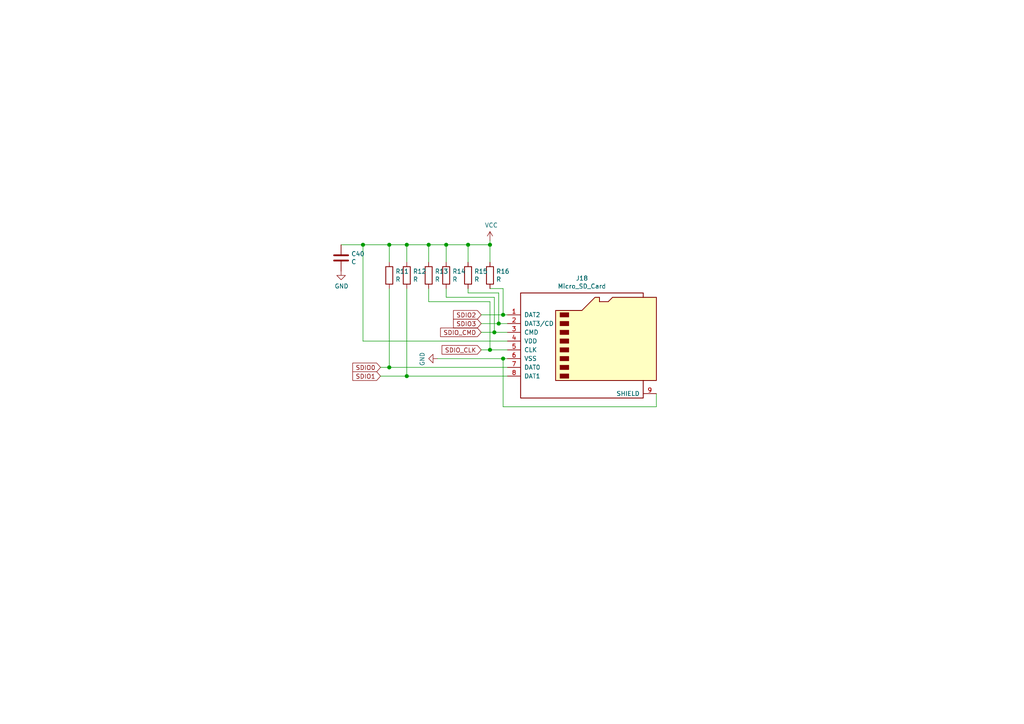
<source format=kicad_sch>
(kicad_sch (version 20200828) (generator eeschema)

  (page 11 11)

  (paper "A4")

  (lib_symbols
    (symbol "Connector:Micro_SD_Card" (pin_names (offset 1.016)) (in_bom yes) (on_board yes)
      (property "Reference" "J" (id 0) (at -16.51 15.24 0)
        (effects (font (size 1.27 1.27)))
      )
      (property "Value" "Micro_SD_Card" (id 1) (at 16.51 15.24 0)
        (effects (font (size 1.27 1.27)) (justify right))
      )
      (property "Footprint" "" (id 2) (at 29.21 7.62 0)
        (effects (font (size 1.27 1.27)) hide)
      )
      (property "Datasheet" "http://katalog.we-online.de/em/datasheet/693072010801.pdf" (id 3) (at 0 0 0)
        (effects (font (size 1.27 1.27)) hide)
      )
      (property "ki_keywords" "connector SD microsd" (id 4) (at 0 0 0)
        (effects (font (size 1.27 1.27)) hide)
      )
      (property "ki_description" "Micro SD Card Socket" (id 5) (at 0 0 0)
        (effects (font (size 1.27 1.27)) hide)
      )
      (property "ki_fp_filters" "microSD*" (id 6) (at 0 0 0)
        (effects (font (size 1.27 1.27)) hide)
      )
      (symbol "Micro_SD_Card_0_1"
        (rectangle (start -7.62 -9.525) (end -5.08 -10.795)
          (stroke (width 0)) (fill (type outline))
        )
        (rectangle (start -7.62 -6.985) (end -5.08 -8.255)
          (stroke (width 0)) (fill (type outline))
        )
        (rectangle (start -7.62 -4.445) (end -5.08 -5.715)
          (stroke (width 0)) (fill (type outline))
        )
        (rectangle (start -7.62 -1.905) (end -5.08 -3.175)
          (stroke (width 0)) (fill (type outline))
        )
        (rectangle (start -7.62 0.635) (end -5.08 -0.635)
          (stroke (width 0)) (fill (type outline))
        )
        (rectangle (start -7.62 3.175) (end -5.08 1.905)
          (stroke (width 0)) (fill (type outline))
        )
        (rectangle (start -7.62 5.715) (end -5.08 4.445)
          (stroke (width 0)) (fill (type outline))
        )
        (rectangle (start -7.62 8.255) (end -5.08 6.985)
          (stroke (width 0)) (fill (type outline))
        )
        (polyline
          (pts
            (xy 16.51 12.7)
            (xy 16.51 13.97)
            (xy -19.05 13.97)
            (xy -19.05 -16.51)
            (xy 16.51 -16.51)
            (xy 16.51 -11.43)
          )
          (stroke (width 0.254)) (fill (type none))
        )
        (polyline
          (pts
            (xy -8.89 -11.43)
            (xy -8.89 8.89)
            (xy -1.27 8.89)
            (xy 2.54 12.7)
            (xy 3.81 12.7)
            (xy 3.81 11.43)
            (xy 6.35 11.43)
            (xy 7.62 12.7)
            (xy 20.32 12.7)
            (xy 20.32 -11.43)
            (xy -8.89 -11.43)
          )
          (stroke (width 0.254)) (fill (type background))
        )
      )
      (symbol "Micro_SD_Card_1_1"
        (pin bidirectional line (at -22.86 7.62 0) (length 3.81)
          (name "DAT2" (effects (font (size 1.27 1.27))))
          (number "1" (effects (font (size 1.27 1.27))))
        )
        (pin bidirectional line (at -22.86 5.08 0) (length 3.81)
          (name "DAT3/CD" (effects (font (size 1.27 1.27))))
          (number "2" (effects (font (size 1.27 1.27))))
        )
        (pin input line (at -22.86 2.54 0) (length 3.81)
          (name "CMD" (effects (font (size 1.27 1.27))))
          (number "3" (effects (font (size 1.27 1.27))))
        )
        (pin power_in line (at -22.86 0 0) (length 3.81)
          (name "VDD" (effects (font (size 1.27 1.27))))
          (number "4" (effects (font (size 1.27 1.27))))
        )
        (pin input line (at -22.86 -2.54 0) (length 3.81)
          (name "CLK" (effects (font (size 1.27 1.27))))
          (number "5" (effects (font (size 1.27 1.27))))
        )
        (pin power_in line (at -22.86 -5.08 0) (length 3.81)
          (name "VSS" (effects (font (size 1.27 1.27))))
          (number "6" (effects (font (size 1.27 1.27))))
        )
        (pin bidirectional line (at -22.86 -7.62 0) (length 3.81)
          (name "DAT0" (effects (font (size 1.27 1.27))))
          (number "7" (effects (font (size 1.27 1.27))))
        )
        (pin bidirectional line (at -22.86 -10.16 0) (length 3.81)
          (name "DAT1" (effects (font (size 1.27 1.27))))
          (number "8" (effects (font (size 1.27 1.27))))
        )
        (pin passive line (at 20.32 -15.24 180) (length 3.81)
          (name "SHIELD" (effects (font (size 1.27 1.27))))
          (number "9" (effects (font (size 1.27 1.27))))
        )
      )
    )
    (symbol "Device:C" (pin_numbers hide) (pin_names (offset 0.254)) (in_bom yes) (on_board yes)
      (property "Reference" "C" (id 0) (at 0.635 2.54 0)
        (effects (font (size 1.27 1.27)) (justify left))
      )
      (property "Value" "C" (id 1) (at 0.635 -2.54 0)
        (effects (font (size 1.27 1.27)) (justify left))
      )
      (property "Footprint" "" (id 2) (at 0.9652 -3.81 0)
        (effects (font (size 1.27 1.27)) hide)
      )
      (property "Datasheet" "~" (id 3) (at 0 0 0)
        (effects (font (size 1.27 1.27)) hide)
      )
      (property "ki_keywords" "cap capacitor" (id 4) (at 0 0 0)
        (effects (font (size 1.27 1.27)) hide)
      )
      (property "ki_description" "Unpolarized capacitor" (id 5) (at 0 0 0)
        (effects (font (size 1.27 1.27)) hide)
      )
      (property "ki_fp_filters" "C_*" (id 6) (at 0 0 0)
        (effects (font (size 1.27 1.27)) hide)
      )
      (symbol "C_0_1"
        (polyline
          (pts
            (xy -2.032 -0.762)
            (xy 2.032 -0.762)
          )
          (stroke (width 0.508)) (fill (type none))
        )
        (polyline
          (pts
            (xy -2.032 0.762)
            (xy 2.032 0.762)
          )
          (stroke (width 0.508)) (fill (type none))
        )
      )
      (symbol "C_1_1"
        (pin passive line (at 0 3.81 270) (length 2.794)
          (name "~" (effects (font (size 1.27 1.27))))
          (number "1" (effects (font (size 1.27 1.27))))
        )
        (pin passive line (at 0 -3.81 90) (length 2.794)
          (name "~" (effects (font (size 1.27 1.27))))
          (number "2" (effects (font (size 1.27 1.27))))
        )
      )
    )
    (symbol "Device:R" (pin_numbers hide) (pin_names (offset 0)) (in_bom yes) (on_board yes)
      (property "Reference" "R" (id 0) (at 2.032 0 90)
        (effects (font (size 1.27 1.27)))
      )
      (property "Value" "R" (id 1) (at 0 0 90)
        (effects (font (size 1.27 1.27)))
      )
      (property "Footprint" "" (id 2) (at -1.778 0 90)
        (effects (font (size 1.27 1.27)) hide)
      )
      (property "Datasheet" "~" (id 3) (at 0 0 0)
        (effects (font (size 1.27 1.27)) hide)
      )
      (property "ki_keywords" "R res resistor" (id 4) (at 0 0 0)
        (effects (font (size 1.27 1.27)) hide)
      )
      (property "ki_description" "Resistor" (id 5) (at 0 0 0)
        (effects (font (size 1.27 1.27)) hide)
      )
      (property "ki_fp_filters" "R_*" (id 6) (at 0 0 0)
        (effects (font (size 1.27 1.27)) hide)
      )
      (symbol "R_0_1"
        (rectangle (start -1.016 -2.54) (end 1.016 2.54)
          (stroke (width 0.254)) (fill (type none))
        )
      )
      (symbol "R_1_1"
        (pin passive line (at 0 3.81 270) (length 1.27)
          (name "~" (effects (font (size 1.27 1.27))))
          (number "1" (effects (font (size 1.27 1.27))))
        )
        (pin passive line (at 0 -3.81 90) (length 1.27)
          (name "~" (effects (font (size 1.27 1.27))))
          (number "2" (effects (font (size 1.27 1.27))))
        )
      )
    )
    (symbol "power:GND" (power) (pin_names (offset 0)) (in_bom yes) (on_board yes)
      (property "Reference" "#PWR" (id 0) (at 0 -6.35 0)
        (effects (font (size 1.27 1.27)) hide)
      )
      (property "Value" "GND" (id 1) (at 0 -3.81 0)
        (effects (font (size 1.27 1.27)))
      )
      (property "Footprint" "" (id 2) (at 0 0 0)
        (effects (font (size 1.27 1.27)) hide)
      )
      (property "Datasheet" "" (id 3) (at 0 0 0)
        (effects (font (size 1.27 1.27)) hide)
      )
      (property "ki_keywords" "power-flag" (id 4) (at 0 0 0)
        (effects (font (size 1.27 1.27)) hide)
      )
      (property "ki_description" "Power symbol creates a global label with name \"GND\" , ground" (id 5) (at 0 0 0)
        (effects (font (size 1.27 1.27)) hide)
      )
      (symbol "GND_0_1"
        (polyline
          (pts
            (xy 0 0)
            (xy 0 -1.27)
            (xy 1.27 -1.27)
            (xy 0 -2.54)
            (xy -1.27 -1.27)
            (xy 0 -1.27)
          )
          (stroke (width 0)) (fill (type none))
        )
      )
      (symbol "GND_1_1"
        (pin power_in line (at 0 0 270) (length 0) hide
          (name "GND" (effects (font (size 1.27 1.27))))
          (number "1" (effects (font (size 1.27 1.27))))
        )
      )
    )
    (symbol "power:VCC" (power) (pin_names (offset 0)) (in_bom yes) (on_board yes)
      (property "Reference" "#PWR" (id 0) (at 0 -3.81 0)
        (effects (font (size 1.27 1.27)) hide)
      )
      (property "Value" "VCC" (id 1) (at 0 3.81 0)
        (effects (font (size 1.27 1.27)))
      )
      (property "Footprint" "" (id 2) (at 0 0 0)
        (effects (font (size 1.27 1.27)) hide)
      )
      (property "Datasheet" "" (id 3) (at 0 0 0)
        (effects (font (size 1.27 1.27)) hide)
      )
      (property "ki_keywords" "power-flag" (id 4) (at 0 0 0)
        (effects (font (size 1.27 1.27)) hide)
      )
      (property "ki_description" "Power symbol creates a global label with name \"VCC\"" (id 5) (at 0 0 0)
        (effects (font (size 1.27 1.27)) hide)
      )
      (symbol "VCC_0_1"
        (polyline
          (pts
            (xy -0.762 1.27)
            (xy 0 2.54)
          )
          (stroke (width 0)) (fill (type none))
        )
        (polyline
          (pts
            (xy 0 0)
            (xy 0 2.54)
          )
          (stroke (width 0)) (fill (type none))
        )
        (polyline
          (pts
            (xy 0 2.54)
            (xy 0.762 1.27)
          )
          (stroke (width 0)) (fill (type none))
        )
      )
      (symbol "VCC_1_1"
        (pin power_in line (at 0 0 90) (length 0) hide
          (name "VCC" (effects (font (size 1.27 1.27))))
          (number "1" (effects (font (size 1.27 1.27))))
        )
      )
    )
  )

  (junction (at 105.283 70.993) (diameter 1.016) (color 0 0 0 0))
  (junction (at 112.903 70.993) (diameter 1.016) (color 0 0 0 0))
  (junction (at 112.903 106.553) (diameter 1.016) (color 0 0 0 0))
  (junction (at 117.983 70.993) (diameter 1.016) (color 0 0 0 0))
  (junction (at 117.983 109.093) (diameter 1.016) (color 0 0 0 0))
  (junction (at 124.333 70.993) (diameter 1.016) (color 0 0 0 0))
  (junction (at 129.413 70.993) (diameter 1.016) (color 0 0 0 0))
  (junction (at 135.763 70.993) (diameter 1.016) (color 0 0 0 0))
  (junction (at 142.113 70.993) (diameter 1.016) (color 0 0 0 0))
  (junction (at 142.113 101.473) (diameter 1.016) (color 0 0 0 0))
  (junction (at 143.383 96.393) (diameter 1.016) (color 0 0 0 0))
  (junction (at 144.653 93.853) (diameter 1.016) (color 0 0 0 0))
  (junction (at 145.923 91.313) (diameter 1.016) (color 0 0 0 0))
  (junction (at 145.923 104.013) (diameter 1.016) (color 0 0 0 0))

  (wire (pts (xy 105.283 70.993) (xy 98.933 70.993))
    (stroke (width 0) (type solid) (color 0 0 0 0))
  )
  (wire (pts (xy 105.283 70.993) (xy 112.903 70.993))
    (stroke (width 0) (type solid) (color 0 0 0 0))
  )
  (wire (pts (xy 105.283 98.933) (xy 105.283 70.993))
    (stroke (width 0) (type solid) (color 0 0 0 0))
  )
  (wire (pts (xy 110.363 106.553) (xy 112.903 106.553))
    (stroke (width 0) (type solid) (color 0 0 0 0))
  )
  (wire (pts (xy 110.363 109.093) (xy 117.983 109.093))
    (stroke (width 0) (type solid) (color 0 0 0 0))
  )
  (wire (pts (xy 112.903 70.993) (xy 117.983 70.993))
    (stroke (width 0) (type solid) (color 0 0 0 0))
  )
  (wire (pts (xy 112.903 76.073) (xy 112.903 70.993))
    (stroke (width 0) (type solid) (color 0 0 0 0))
  )
  (wire (pts (xy 112.903 83.693) (xy 112.903 106.553))
    (stroke (width 0) (type solid) (color 0 0 0 0))
  )
  (wire (pts (xy 112.903 106.553) (xy 147.193 106.553))
    (stroke (width 0) (type solid) (color 0 0 0 0))
  )
  (wire (pts (xy 117.983 70.993) (xy 124.333 70.993))
    (stroke (width 0) (type solid) (color 0 0 0 0))
  )
  (wire (pts (xy 117.983 76.073) (xy 117.983 70.993))
    (stroke (width 0) (type solid) (color 0 0 0 0))
  )
  (wire (pts (xy 117.983 83.693) (xy 117.983 109.093))
    (stroke (width 0) (type solid) (color 0 0 0 0))
  )
  (wire (pts (xy 117.983 109.093) (xy 147.193 109.093))
    (stroke (width 0) (type solid) (color 0 0 0 0))
  )
  (wire (pts (xy 124.333 70.993) (xy 129.413 70.993))
    (stroke (width 0) (type solid) (color 0 0 0 0))
  )
  (wire (pts (xy 124.333 76.073) (xy 124.333 70.993))
    (stroke (width 0) (type solid) (color 0 0 0 0))
  )
  (wire (pts (xy 124.333 87.503) (xy 124.333 83.693))
    (stroke (width 0) (type solid) (color 0 0 0 0))
  )
  (wire (pts (xy 126.873 104.013) (xy 145.923 104.013))
    (stroke (width 0) (type solid) (color 0 0 0 0))
  )
  (wire (pts (xy 129.413 70.993) (xy 135.763 70.993))
    (stroke (width 0) (type solid) (color 0 0 0 0))
  )
  (wire (pts (xy 129.413 76.073) (xy 129.413 70.993))
    (stroke (width 0) (type solid) (color 0 0 0 0))
  )
  (wire (pts (xy 129.413 83.693) (xy 129.413 86.233))
    (stroke (width 0) (type solid) (color 0 0 0 0))
  )
  (wire (pts (xy 129.413 86.233) (xy 143.383 86.233))
    (stroke (width 0) (type solid) (color 0 0 0 0))
  )
  (wire (pts (xy 135.763 70.993) (xy 142.113 70.993))
    (stroke (width 0) (type solid) (color 0 0 0 0))
  )
  (wire (pts (xy 135.763 76.073) (xy 135.763 70.993))
    (stroke (width 0) (type solid) (color 0 0 0 0))
  )
  (wire (pts (xy 135.763 83.693) (xy 135.763 84.963))
    (stroke (width 0) (type solid) (color 0 0 0 0))
  )
  (wire (pts (xy 135.763 84.963) (xy 144.653 84.963))
    (stroke (width 0) (type solid) (color 0 0 0 0))
  )
  (wire (pts (xy 139.573 91.313) (xy 145.923 91.313))
    (stroke (width 0) (type solid) (color 0 0 0 0))
  )
  (wire (pts (xy 139.573 93.853) (xy 144.653 93.853))
    (stroke (width 0) (type solid) (color 0 0 0 0))
  )
  (wire (pts (xy 139.573 96.393) (xy 143.383 96.393))
    (stroke (width 0) (type solid) (color 0 0 0 0))
  )
  (wire (pts (xy 139.573 101.473) (xy 142.113 101.473))
    (stroke (width 0) (type solid) (color 0 0 0 0))
  )
  (wire (pts (xy 142.113 69.723) (xy 142.113 70.993))
    (stroke (width 0) (type solid) (color 0 0 0 0))
  )
  (wire (pts (xy 142.113 70.993) (xy 142.113 76.073))
    (stroke (width 0) (type solid) (color 0 0 0 0))
  )
  (wire (pts (xy 142.113 83.693) (xy 145.923 83.693))
    (stroke (width 0) (type solid) (color 0 0 0 0))
  )
  (wire (pts (xy 142.113 87.503) (xy 124.333 87.503))
    (stroke (width 0) (type solid) (color 0 0 0 0))
  )
  (wire (pts (xy 142.113 101.473) (xy 142.113 87.503))
    (stroke (width 0) (type solid) (color 0 0 0 0))
  )
  (wire (pts (xy 142.113 101.473) (xy 147.193 101.473))
    (stroke (width 0) (type solid) (color 0 0 0 0))
  )
  (wire (pts (xy 143.383 86.233) (xy 143.383 96.393))
    (stroke (width 0) (type solid) (color 0 0 0 0))
  )
  (wire (pts (xy 143.383 96.393) (xy 147.193 96.393))
    (stroke (width 0) (type solid) (color 0 0 0 0))
  )
  (wire (pts (xy 144.653 84.963) (xy 144.653 93.853))
    (stroke (width 0) (type solid) (color 0 0 0 0))
  )
  (wire (pts (xy 144.653 93.853) (xy 147.193 93.853))
    (stroke (width 0) (type solid) (color 0 0 0 0))
  )
  (wire (pts (xy 145.923 83.693) (xy 145.923 91.313))
    (stroke (width 0) (type solid) (color 0 0 0 0))
  )
  (wire (pts (xy 145.923 91.313) (xy 147.193 91.313))
    (stroke (width 0) (type solid) (color 0 0 0 0))
  )
  (wire (pts (xy 145.923 104.013) (xy 145.923 117.983))
    (stroke (width 0) (type solid) (color 0 0 0 0))
  )
  (wire (pts (xy 145.923 104.013) (xy 147.193 104.013))
    (stroke (width 0) (type solid) (color 0 0 0 0))
  )
  (wire (pts (xy 145.923 117.983) (xy 190.373 117.983))
    (stroke (width 0) (type solid) (color 0 0 0 0))
  )
  (wire (pts (xy 147.193 98.933) (xy 105.283 98.933))
    (stroke (width 0) (type solid) (color 0 0 0 0))
  )
  (wire (pts (xy 190.373 114.173) (xy 190.373 117.983))
    (stroke (width 0) (type solid) (color 0 0 0 0))
  )

  (global_label "SDIO0" (shape input) (at 110.363 106.553 180)
    (effects (font (size 1.27 1.27)) (justify right))
  )
  (global_label "SDIO1" (shape input) (at 110.363 109.093 180)
    (effects (font (size 1.27 1.27)) (justify right))
  )
  (global_label "SDIO2" (shape input) (at 139.573 91.313 180)
    (effects (font (size 1.27 1.27)) (justify right))
  )
  (global_label "SDIO3" (shape input) (at 139.573 93.853 180)
    (effects (font (size 1.27 1.27)) (justify right))
  )
  (global_label "SDIO_CMD" (shape input) (at 139.573 96.393 180)
    (effects (font (size 1.27 1.27)) (justify right))
  )
  (global_label "SDIO_CLK" (shape input) (at 139.573 101.473 180)
    (effects (font (size 1.27 1.27)) (justify right))
  )

  (symbol (lib_id "power:VCC") (at 142.113 69.723 0) (unit 1)
    (in_bom yes) (on_board yes)
    (uuid "e87ab0c3-e4bd-4b4a-98ac-b014a096ad30")
    (property "Reference" "#PWR0176" (id 0) (at 142.113 73.533 0)
      (effects (font (size 1.27 1.27)) hide)
    )
    (property "Value" "VCC" (id 1) (at 142.494 65.3288 0))
    (property "Footprint" "" (id 2) (at 142.113 69.723 0)
      (effects (font (size 1.27 1.27)) hide)
    )
    (property "Datasheet" "" (id 3) (at 142.113 69.723 0)
      (effects (font (size 1.27 1.27)) hide)
    )
  )

  (symbol (lib_id "power:GND") (at 98.933 78.613 0) (unit 1)
    (in_bom yes) (on_board yes)
    (uuid "0b503cfe-d799-4c8c-bb66-3d7984d1f193")
    (property "Reference" "#PWR0178" (id 0) (at 98.933 84.963 0)
      (effects (font (size 1.27 1.27)) hide)
    )
    (property "Value" "GND" (id 1) (at 99.06 83.0072 0))
    (property "Footprint" "" (id 2) (at 98.933 78.613 0)
      (effects (font (size 1.27 1.27)) hide)
    )
    (property "Datasheet" "" (id 3) (at 98.933 78.613 0)
      (effects (font (size 1.27 1.27)) hide)
    )
  )

  (symbol (lib_id "power:GND") (at 126.873 104.013 270) (unit 1)
    (in_bom yes) (on_board yes)
    (uuid "3328c5be-c0d2-42e2-933d-d3749ae4da67")
    (property "Reference" "#PWR0177" (id 0) (at 120.523 104.013 0)
      (effects (font (size 1.27 1.27)) hide)
    )
    (property "Value" "GND" (id 1) (at 122.4788 104.14 0))
    (property "Footprint" "" (id 2) (at 126.873 104.013 0)
      (effects (font (size 1.27 1.27)) hide)
    )
    (property "Datasheet" "" (id 3) (at 126.873 104.013 0)
      (effects (font (size 1.27 1.27)) hide)
    )
  )

  (symbol (lib_id "Device:R") (at 112.903 79.883 0) (unit 1)
    (in_bom yes) (on_board yes)
    (uuid "99974f77-3f6c-41d2-b4ab-cf0d39f4138d")
    (property "Reference" "R11" (id 0) (at 114.681 78.7146 0)
      (effects (font (size 1.27 1.27)) (justify left))
    )
    (property "Value" "R" (id 1) (at 114.681 81.026 0)
      (effects (font (size 1.27 1.27)) (justify left))
    )
    (property "Footprint" "Resistor_SMD:R_0402_1005Metric" (id 2) (at 111.125 79.883 90)
      (effects (font (size 1.27 1.27)) hide)
    )
    (property "Datasheet" "~" (id 3) (at 112.903 79.883 0)
      (effects (font (size 1.27 1.27)) hide)
    )
  )

  (symbol (lib_id "Device:R") (at 117.983 79.883 0) (unit 1)
    (in_bom yes) (on_board yes)
    (uuid "c40ccb53-66dd-4046-abb9-48829da04934")
    (property "Reference" "R12" (id 0) (at 119.761 78.7146 0)
      (effects (font (size 1.27 1.27)) (justify left))
    )
    (property "Value" "R" (id 1) (at 119.761 81.026 0)
      (effects (font (size 1.27 1.27)) (justify left))
    )
    (property "Footprint" "Resistor_SMD:R_0402_1005Metric" (id 2) (at 116.205 79.883 90)
      (effects (font (size 1.27 1.27)) hide)
    )
    (property "Datasheet" "~" (id 3) (at 117.983 79.883 0)
      (effects (font (size 1.27 1.27)) hide)
    )
  )

  (symbol (lib_id "Device:R") (at 124.333 79.883 0) (unit 1)
    (in_bom yes) (on_board yes)
    (uuid "12aa0eea-907b-43e8-b4dc-ea7284c53b50")
    (property "Reference" "R13" (id 0) (at 126.111 78.7146 0)
      (effects (font (size 1.27 1.27)) (justify left))
    )
    (property "Value" "R" (id 1) (at 126.111 81.026 0)
      (effects (font (size 1.27 1.27)) (justify left))
    )
    (property "Footprint" "Resistor_SMD:R_0402_1005Metric" (id 2) (at 122.555 79.883 90)
      (effects (font (size 1.27 1.27)) hide)
    )
    (property "Datasheet" "~" (id 3) (at 124.333 79.883 0)
      (effects (font (size 1.27 1.27)) hide)
    )
  )

  (symbol (lib_id "Device:R") (at 129.413 79.883 0) (unit 1)
    (in_bom yes) (on_board yes)
    (uuid "92c710c9-c12a-4968-b670-970eaff6816d")
    (property "Reference" "R14" (id 0) (at 131.191 78.7146 0)
      (effects (font (size 1.27 1.27)) (justify left))
    )
    (property "Value" "R" (id 1) (at 131.191 81.026 0)
      (effects (font (size 1.27 1.27)) (justify left))
    )
    (property "Footprint" "Resistor_SMD:R_0402_1005Metric" (id 2) (at 127.635 79.883 90)
      (effects (font (size 1.27 1.27)) hide)
    )
    (property "Datasheet" "~" (id 3) (at 129.413 79.883 0)
      (effects (font (size 1.27 1.27)) hide)
    )
  )

  (symbol (lib_id "Device:R") (at 135.763 79.883 0) (unit 1)
    (in_bom yes) (on_board yes)
    (uuid "8b38c7da-a5c6-4620-a014-a3d63a26022b")
    (property "Reference" "R15" (id 0) (at 137.541 78.7146 0)
      (effects (font (size 1.27 1.27)) (justify left))
    )
    (property "Value" "R" (id 1) (at 137.541 81.026 0)
      (effects (font (size 1.27 1.27)) (justify left))
    )
    (property "Footprint" "Resistor_SMD:R_0402_1005Metric" (id 2) (at 133.985 79.883 90)
      (effects (font (size 1.27 1.27)) hide)
    )
    (property "Datasheet" "~" (id 3) (at 135.763 79.883 0)
      (effects (font (size 1.27 1.27)) hide)
    )
  )

  (symbol (lib_id "Device:R") (at 142.113 79.883 0) (unit 1)
    (in_bom yes) (on_board yes)
    (uuid "5e8f3c50-4413-4cab-9db4-01b31dae0b1e")
    (property "Reference" "R16" (id 0) (at 143.891 78.7146 0)
      (effects (font (size 1.27 1.27)) (justify left))
    )
    (property "Value" "R" (id 1) (at 143.891 81.026 0)
      (effects (font (size 1.27 1.27)) (justify left))
    )
    (property "Footprint" "Capacitor_SMD:C_0603_1608Metric" (id 2) (at 140.335 79.883 90)
      (effects (font (size 1.27 1.27)) hide)
    )
    (property "Datasheet" "~" (id 3) (at 142.113 79.883 0)
      (effects (font (size 1.27 1.27)) hide)
    )
  )

  (symbol (lib_id "Device:C") (at 98.933 74.803 0) (unit 1)
    (in_bom yes) (on_board yes)
    (uuid "05281b8e-ff5f-48ec-a512-b85c679e5ae7")
    (property "Reference" "C40" (id 0) (at 101.854 73.6346 0)
      (effects (font (size 1.27 1.27)) (justify left))
    )
    (property "Value" "C" (id 1) (at 101.854 75.946 0)
      (effects (font (size 1.27 1.27)) (justify left))
    )
    (property "Footprint" "Capacitor_SMD:C_0402_1005Metric" (id 2) (at 99.8982 78.613 0)
      (effects (font (size 1.27 1.27)) hide)
    )
    (property "Datasheet" "~" (id 3) (at 98.933 74.803 0)
      (effects (font (size 1.27 1.27)) hide)
    )
  )

  (symbol (lib_id "Connector:Micro_SD_Card") (at 170.053 98.933 0) (unit 1)
    (in_bom yes) (on_board yes)
    (uuid "3377e9d9-80b9-4d76-9521-eea69f8e198e")
    (property "Reference" "J18" (id 0) (at 168.783 80.7212 0))
    (property "Value" "Micro_SD_Card" (id 1) (at 168.783 83.0326 0))
    (property "Footprint" "drone_v3:SUNTECH_ST-TF-003A" (id 2) (at 199.263 91.313 0)
      (effects (font (size 1.27 1.27)) hide)
    )
    (property "Datasheet" "http://katalog.we-online.de/em/datasheet/693072010801.pdf" (id 3) (at 170.053 98.933 0)
      (effects (font (size 1.27 1.27)) hide)
    )
  )
)

</source>
